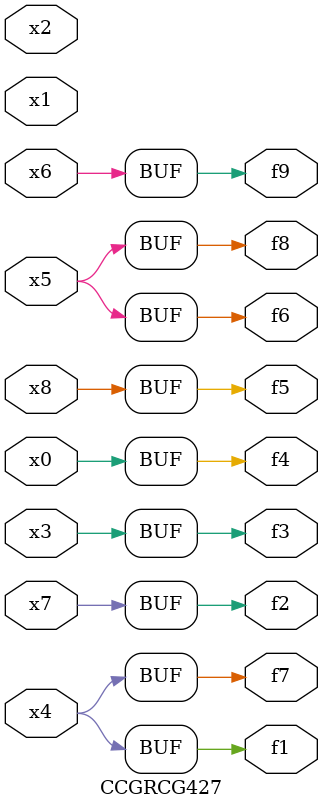
<source format=v>
module CCGRCG427(
	input x0, x1, x2, x3, x4, x5, x6, x7, x8,
	output f1, f2, f3, f4, f5, f6, f7, f8, f9
);
	assign f1 = x4;
	assign f2 = x7;
	assign f3 = x3;
	assign f4 = x0;
	assign f5 = x8;
	assign f6 = x5;
	assign f7 = x4;
	assign f8 = x5;
	assign f9 = x6;
endmodule

</source>
